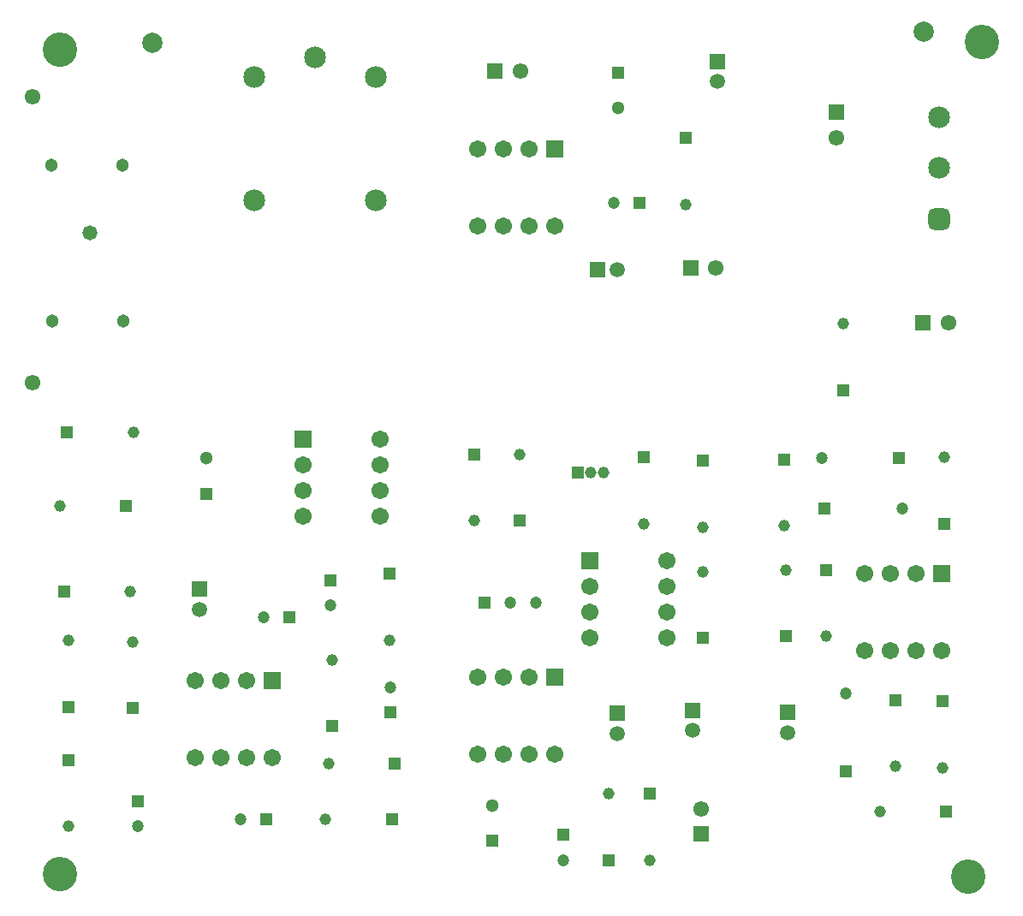
<source format=gbs>
G04*
G04 #@! TF.GenerationSoftware,Altium Limited,Altium Designer,24.2.2 (26)*
G04*
G04 Layer_Color=16711935*
%FSLAX44Y44*%
%MOMM*%
G71*
G04*
G04 #@! TF.SameCoordinates,0EA0B31A-DED8-4D88-AA7A-5696349AFEB5*
G04*
G04*
G04 #@! TF.FilePolarity,Negative*
G04*
G01*
G75*
%ADD21C,1.5500*%
%ADD22C,1.5032*%
%ADD23R,1.5032X1.5032*%
%ADD24C,2.0000*%
%ADD25C,1.2000*%
%ADD26R,1.2000X1.2000*%
%ADD27C,1.3032*%
%ADD28C,1.1500*%
%ADD29R,1.1500X1.1500*%
%ADD30R,1.1500X1.1500*%
%ADD31C,1.7032*%
%ADD32R,1.5500X1.5500*%
%ADD33R,1.7032X1.7032*%
%ADD34R,1.2000X1.2000*%
%ADD35R,1.5500X1.5500*%
%ADD36R,1.5032X1.5032*%
%ADD37R,1.7032X1.7032*%
%ADD38C,3.4032*%
%ADD39C,1.3000*%
%ADD40R,1.3000X1.3000*%
%ADD41C,2.1532*%
G04:AMPARAMS|DCode=42|XSize=2.1532mm|YSize=2.1532mm|CornerRadius=0.5891mm|HoleSize=0mm|Usage=FLASHONLY|Rotation=90.000|XOffset=0mm|YOffset=0mm|HoleType=Round|Shape=RoundedRectangle|*
%AMROUNDEDRECTD42*
21,1,2.1532,0.9750,0,0,90.0*
21,1,0.9750,2.1532,0,0,90.0*
1,1,1.1782,0.4875,0.4875*
1,1,1.1782,0.4875,-0.4875*
1,1,1.1782,-0.4875,-0.4875*
1,1,1.1782,-0.4875,0.4875*
%
%ADD42ROUNDEDRECTD42*%
%ADD43C,1.4732*%
D21*
X20000Y-93000D02*
D03*
Y-376000D02*
D03*
X815000Y-134000D02*
D03*
X502793Y-67750D02*
D03*
X926000Y-317000D02*
D03*
X681750Y-797500D02*
D03*
X696000Y-263000D02*
D03*
D22*
X599000Y-264000D02*
D03*
X767000Y-722000D02*
D03*
X599000Y-723000D02*
D03*
X185420Y-600490D02*
D03*
X673000Y-720000D02*
D03*
X697793Y-78500D02*
D03*
D23*
X579000Y-264000D02*
D03*
D24*
X139000Y-40000D02*
D03*
X902000Y-29000D02*
D03*
D25*
X374000Y-677500D02*
D03*
X825000Y-683870D02*
D03*
X800870Y-451000D02*
D03*
X880130Y-501000D02*
D03*
X545000Y-848250D02*
D03*
X124460Y-814810D02*
D03*
X249320Y-608270D02*
D03*
X315000Y-596500D02*
D03*
X226060Y-808310D02*
D03*
X595500Y-198000D02*
D03*
X493000Y-594050D02*
D03*
X518400D02*
D03*
D26*
X374000Y-702500D02*
D03*
X467600Y-594050D02*
D03*
X124460Y-789810D02*
D03*
X825000Y-760130D02*
D03*
X545000Y-823250D02*
D03*
X315000Y-571500D02*
D03*
D27*
X40000Y-315000D02*
D03*
X110000D02*
D03*
X39000Y-161000D02*
D03*
X109000D02*
D03*
D28*
X120000Y-425000D02*
D03*
X765000Y-561200D02*
D03*
X47200Y-498000D02*
D03*
X117230Y-582870D02*
D03*
X822000Y-318000D02*
D03*
X858200Y-800000D02*
D03*
X920000Y-756800D02*
D03*
X683000Y-563200D02*
D03*
Y-518800D02*
D03*
X625000Y-515800D02*
D03*
X572000Y-464650D02*
D03*
X584700D02*
D03*
X874000Y-755800D02*
D03*
X457000Y-512800D02*
D03*
X805000Y-626800D02*
D03*
X590000Y-782900D02*
D03*
X502000Y-447200D02*
D03*
X313000Y-753000D02*
D03*
X310200Y-808000D02*
D03*
X373000Y-630800D02*
D03*
X55880Y-631350D02*
D03*
X631000Y-848500D02*
D03*
X666000Y-199800D02*
D03*
X764000Y-517800D02*
D03*
X922000Y-450200D02*
D03*
X55880Y-815060D02*
D03*
X119380Y-632620D02*
D03*
X317000Y-650200D02*
D03*
D29*
X54400Y-425000D02*
D03*
X559300Y-464650D02*
D03*
X923800Y-800000D02*
D03*
X378600Y-753000D02*
D03*
X375800Y-808000D02*
D03*
X112800Y-498000D02*
D03*
X51630Y-582870D02*
D03*
D30*
X822000Y-383600D02*
D03*
X666000Y-134200D02*
D03*
X683000Y-628800D02*
D03*
X631000Y-782900D02*
D03*
X590000Y-848500D02*
D03*
X373000Y-565200D02*
D03*
X920000Y-691200D02*
D03*
X683000Y-453200D02*
D03*
X625000Y-450200D02*
D03*
X765000Y-626800D02*
D03*
X874000Y-690200D02*
D03*
X457000Y-447200D02*
D03*
X805000Y-561200D02*
D03*
X502000Y-512800D02*
D03*
X55880Y-696950D02*
D03*
X764000Y-452200D02*
D03*
X922000Y-515800D02*
D03*
X55880Y-749460D02*
D03*
X119380Y-698220D02*
D03*
X317000Y-715800D02*
D03*
D31*
X868300Y-564900D02*
D03*
X511700Y-144900D02*
D03*
X842900Y-641100D02*
D03*
X571900Y-628100D02*
D03*
X460900Y-144900D02*
D03*
X511000Y-667800D02*
D03*
X460200D02*
D03*
X180900Y-670900D02*
D03*
X648100Y-628100D02*
D03*
Y-602700D02*
D03*
Y-577300D02*
D03*
Y-551900D02*
D03*
X571900Y-602700D02*
D03*
Y-577300D02*
D03*
X893700Y-564900D02*
D03*
X842900D02*
D03*
X919100Y-641100D02*
D03*
X893700D02*
D03*
X868300D02*
D03*
X364000Y-508000D02*
D03*
Y-482600D02*
D03*
Y-457200D02*
D03*
Y-431800D02*
D03*
X287800Y-508000D02*
D03*
Y-482600D02*
D03*
Y-457200D02*
D03*
X460200Y-744000D02*
D03*
X485600D02*
D03*
X511000D02*
D03*
X536400D02*
D03*
X485600Y-667800D02*
D03*
X460900Y-221100D02*
D03*
X486300D02*
D03*
X511700D02*
D03*
X537100D02*
D03*
X486300Y-144900D02*
D03*
X180900Y-747100D02*
D03*
X206300D02*
D03*
X231700D02*
D03*
X257100D02*
D03*
X206300Y-670900D02*
D03*
X231700D02*
D03*
D32*
X901000Y-317000D02*
D03*
X477793Y-67750D02*
D03*
X671000Y-263000D02*
D03*
D33*
X571900Y-551900D02*
D03*
X287800Y-431800D02*
D03*
D34*
X877130Y-451000D02*
D03*
X803870Y-501000D02*
D03*
X274320Y-608270D02*
D03*
X251060Y-808310D02*
D03*
X620500Y-198000D02*
D03*
D35*
X681750Y-822500D02*
D03*
X815000Y-109000D02*
D03*
D36*
X673000Y-700000D02*
D03*
X767000Y-702000D02*
D03*
X697793Y-58500D02*
D03*
X599000Y-703000D02*
D03*
X185420Y-580490D02*
D03*
D37*
X919100Y-564900D02*
D03*
X536400Y-667800D02*
D03*
X537100Y-144900D02*
D03*
X257100Y-670900D02*
D03*
D38*
X47000Y-862000D02*
D03*
Y-47000D02*
D03*
X959000Y-39000D02*
D03*
X946000Y-865000D02*
D03*
D39*
X475000Y-794250D02*
D03*
X599793Y-104250D02*
D03*
X192000Y-451000D02*
D03*
D40*
X475000Y-829250D02*
D03*
X599793Y-69250D02*
D03*
X192000Y-486000D02*
D03*
D41*
X917000Y-114000D02*
D03*
Y-164000D02*
D03*
X300000Y-54000D02*
D03*
X240000Y-74000D02*
D03*
Y-196000D02*
D03*
X360000D02*
D03*
Y-74000D02*
D03*
D42*
X917000Y-214000D02*
D03*
D43*
X77000Y-228000D02*
D03*
M02*

</source>
